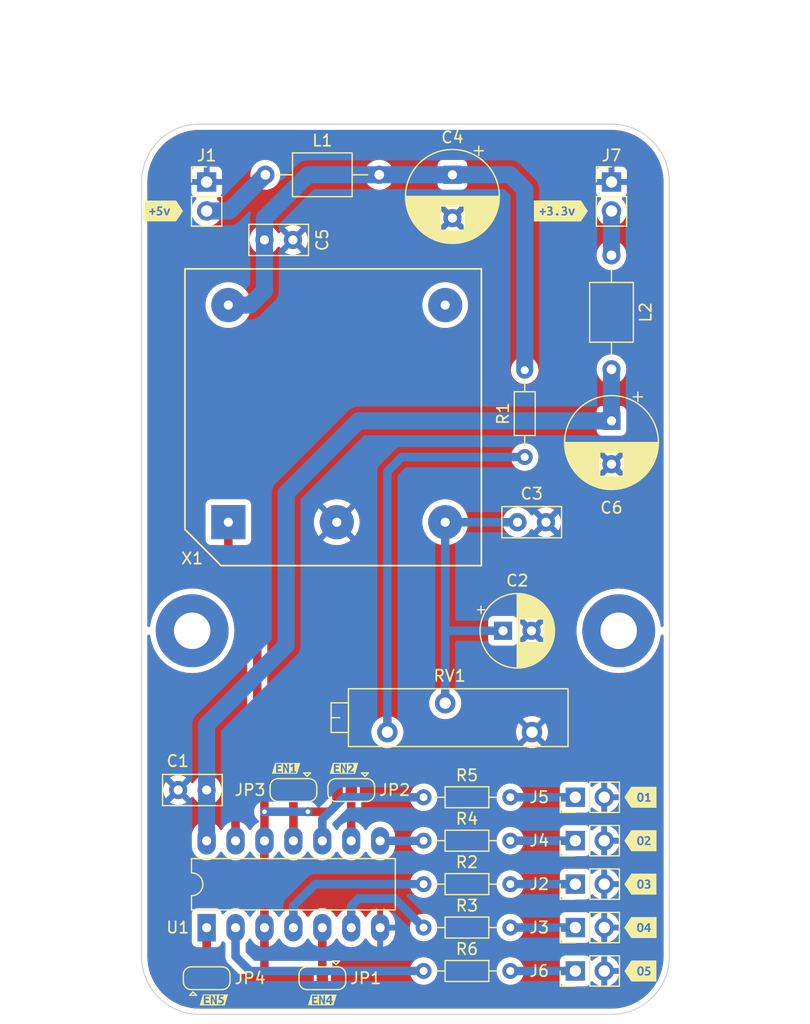
<source format=kicad_pcb>
(kicad_pcb (version 20211014) (generator pcbnew)

  (general
    (thickness 1.6)
  )

  (paper "A4")
  (layers
    (0 "F.Cu" signal)
    (31 "B.Cu" signal)
    (32 "B.Adhes" user "B.Adhesive")
    (33 "F.Adhes" user "F.Adhesive")
    (34 "B.Paste" user)
    (35 "F.Paste" user)
    (36 "B.SilkS" user "B.Silkscreen")
    (37 "F.SilkS" user "F.Silkscreen")
    (38 "B.Mask" user)
    (39 "F.Mask" user)
    (40 "Dwgs.User" user "User.Drawings")
    (41 "Cmts.User" user "User.Comments")
    (42 "Eco1.User" user "User.Eco1")
    (43 "Eco2.User" user "User.Eco2")
    (44 "Edge.Cuts" user)
    (45 "Margin" user)
    (46 "B.CrtYd" user "B.Courtyard")
    (47 "F.CrtYd" user "F.Courtyard")
    (48 "B.Fab" user)
    (49 "F.Fab" user)
    (50 "User.1" user)
    (51 "User.2" user)
    (52 "User.3" user)
    (53 "User.4" user)
    (54 "User.5" user)
    (55 "User.6" user)
    (56 "User.7" user)
    (57 "User.8" user)
    (58 "User.9" user)
  )

  (setup
    (stackup
      (layer "F.SilkS" (type "Top Silk Screen"))
      (layer "F.Paste" (type "Top Solder Paste"))
      (layer "F.Mask" (type "Top Solder Mask") (thickness 0.01))
      (layer "F.Cu" (type "copper") (thickness 0.035))
      (layer "dielectric 1" (type "core") (thickness 1.51) (material "FR4") (epsilon_r 4.5) (loss_tangent 0.02))
      (layer "B.Cu" (type "copper") (thickness 0.035))
      (layer "B.Mask" (type "Bottom Solder Mask") (thickness 0.01))
      (layer "B.Paste" (type "Bottom Solder Paste"))
      (layer "B.SilkS" (type "Bottom Silk Screen"))
      (copper_finish "None")
      (dielectric_constraints no)
    )
    (pad_to_mask_clearance 0)
    (pcbplotparams
      (layerselection 0x00010fc_ffffffff)
      (disableapertmacros false)
      (usegerberextensions false)
      (usegerberattributes true)
      (usegerberadvancedattributes true)
      (creategerberjobfile true)
      (svguseinch false)
      (svgprecision 6)
      (excludeedgelayer true)
      (plotframeref false)
      (viasonmask false)
      (mode 1)
      (useauxorigin false)
      (hpglpennumber 1)
      (hpglpenspeed 20)
      (hpglpendiameter 15.000000)
      (dxfpolygonmode true)
      (dxfimperialunits true)
      (dxfusepcbnewfont true)
      (psnegative false)
      (psa4output false)
      (plotreference true)
      (plotvalue true)
      (plotinvisibletext false)
      (sketchpadsonfab false)
      (subtractmaskfromsilk false)
      (outputformat 1)
      (mirror false)
      (drillshape 1)
      (scaleselection 1)
      (outputdirectory "")
    )
  )

  (net 0 "")
  (net 1 "+5V")
  (net 2 "GND")
  (net 3 "Net-(C2-Pad1)")
  (net 4 "Net-(J1-Pad2)")
  (net 5 "Net-(J2-Pad1)")
  (net 6 "Net-(J3-Pad1)")
  (net 7 "Net-(J4-Pad1)")
  (net 8 "Net-(J5-Pad1)")
  (net 9 "Net-(JP1-Pad2)")
  (net 10 "Net-(JP1-Pad3)")
  (net 11 "Net-(JP2-Pad2)")
  (net 12 "Net-(JP3-Pad2)")
  (net 13 "Net-(R1-Pad2)")
  (net 14 "Net-(R2-Pad1)")
  (net 15 "Net-(R3-Pad1)")
  (net 16 "Net-(R4-Pad1)")
  (net 17 "Net-(R5-Pad1)")
  (net 18 "+3V3")
  (net 19 "unconnected-(X1-Pad4)")
  (net 20 "Net-(J6-Pad1)")
  (net 21 "Net-(JP4-Pad2)")
  (net 22 "Net-(R6-Pad1)")
  (net 23 "Net-(J7-Pad2)")
  (net 24 "Net-(U1-Pad13)")

  (footprint "kibuzzard-62964395" (layer "F.Cu") (at 185.42 125.095))

  (footprint "Capacitor_THT:C_Disc_D5.0mm_W2.5mm_P2.50mm" (layer "F.Cu") (at 180.34 58.42))

  (footprint "Inductor_THT:L_Axial_L5.0mm_D3.6mm_P10.00mm_Horizontal_Murata_BL01RN1A2A2" (layer "F.Cu") (at 180.42 52.705))

  (footprint "Resistor_THT:R_Axial_DIN0204_L3.6mm_D1.6mm_P7.62mm_Horizontal" (layer "F.Cu") (at 194.315 107.315))

  (footprint "Resistor_THT:R_Axial_DIN0204_L3.6mm_D1.6mm_P7.62mm_Horizontal" (layer "F.Cu") (at 194.315 122.555))

  (footprint "Potentiometer_THT:Potentiometer_Bourns_3006P_Horizontal" (layer "F.Cu") (at 203.835 101.6))

  (footprint "Connector_PinHeader_2.54mm:PinHeader_1x02_P2.54mm_Vertical" (layer "F.Cu") (at 207.645 107.315 90))

  (footprint "Jumper:SolderJumper-3_P1.3mm_Open_RoundedPad1.0x1.5mm" (layer "F.Cu") (at 182.885 106.68 180))

  (footprint "kibuzzard-6296411A" (layer "F.Cu") (at 213.36 107.315))

  (footprint "kibuzzard-62964145" (layer "F.Cu") (at 213.36 122.555))

  (footprint "kibuzzard-62964377" (layer "F.Cu") (at 182.245 104.775))

  (footprint "Connector_PinHeader_2.54mm:PinHeader_1x02_P2.54mm_Vertical" (layer "F.Cu") (at 175.26 53.34))

  (footprint "Jumper:SolderJumper-3_P1.3mm_Open_RoundedPad1.0x1.5mm" (layer "F.Cu") (at 187.965 106.68 180))

  (footprint "Jumper:SolderJumper-3_P1.3mm_Open_RoundedPad1.0x1.5mm" (layer "F.Cu") (at 175.265 123.19))

  (footprint "Resistor_THT:R_Axial_DIN0204_L3.6mm_D1.6mm_P7.62mm_Horizontal" (layer "F.Cu") (at 194.315 118.745))

  (footprint "kibuzzard-6296413B" (layer "F.Cu") (at 213.36 118.745))

  (footprint "Capacitor_THT:C_Disc_D5.0mm_W2.5mm_P2.50mm" (layer "F.Cu") (at 202.565 83.185))

  (footprint "Connector_PinHeader_2.54mm:PinHeader_1x02_P2.54mm_Vertical" (layer "F.Cu") (at 207.645 114.935 90))

  (footprint "Connector_PinHeader_2.54mm:PinHeader_1x02_P2.54mm_Vertical" (layer "F.Cu") (at 207.64 111.125 90))

  (footprint "Capacitor_THT:CP_Radial_D6.3mm_P2.50mm" (layer "F.Cu") (at 201.295 92.71))

  (footprint "kibuzzard-62963F29" (layer "F.Cu") (at 206.375 55.88))

  (footprint "kibuzzard-629643A1" (layer "F.Cu") (at 187.325 104.775))

  (footprint "kibuzzard-62963F04" (layer "F.Cu") (at 171.45 55.88))

  (footprint "Connector_PinHeader_2.54mm:PinHeader_1x02_P2.54mm_Vertical" (layer "F.Cu") (at 210.82 53.34))

  (footprint "Capacitor_THT:C_Disc_D5.0mm_W2.5mm_P2.50mm" (layer "F.Cu") (at 175.26 106.68 180))

  (footprint "kibuzzard-62964125" (layer "F.Cu") (at 213.36 111.125))

  (footprint "kibuzzard-6296412D" (layer "F.Cu") (at 213.36 114.935))

  (footprint "MountingHole:MountingHole_3.2mm_M3_Pad" (layer "F.Cu") (at 211.455 92.71))

  (footprint "kibuzzard-62964336" (layer "F.Cu") (at 175.895 125.095))

  (footprint "Resistor_THT:R_Axial_DIN0204_L3.6mm_D1.6mm_P7.62mm_Horizontal" (layer "F.Cu") (at 194.315 111.125))

  (footprint "Capacitor_THT:CP_Radial_D8.0mm_P3.80mm" (layer "F.Cu") (at 196.85 52.705 -90))

  (footprint "Capacitor_THT:CP_Radial_D8.0mm_P3.80mm" (layer "F.Cu") (at 210.82 74.295 -90))

  (footprint "Resistor_THT:R_Axial_DIN0204_L3.6mm_D1.6mm_P7.62mm_Horizontal" (layer "F.Cu") (at 194.315 114.935))

  (footprint "Jumper:SolderJumper-3_P1.3mm_Open_RoundedPad1.0x1.5mm" (layer "F.Cu") (at 185.425 123.19 180))

  (footprint "Resistor_THT:R_Axial_DIN0204_L3.6mm_D1.6mm_P7.62mm_Horizontal" (layer "F.Cu") (at 203.2 69.85 -90))

  (footprint "Connector_PinHeader_2.54mm:PinHeader_1x02_P2.54mm_Vertical" (layer "F.Cu") (at 207.645 118.745 90))

  (footprint "Package_DIP:DIP-14_W7.62mm_LongPads" (layer "F.Cu") (at 175.26 118.76 90))

  (footprint "Inductor_THT:L_Axial_L5.0mm_D3.6mm_P10.00mm_Horizontal_Murata_BL01RN1A2A2" (layer "F.Cu") (at 210.82 59.77 -90))

  (footprint "Connector_PinHeader_2.54mm:PinHeader_1x02_P2.54mm_Vertical" (layer "F.Cu")
    (tedit 59FED5CC) (tstamp f2edfda4-4a34-4580-8d8d-8d9622e1831e)
    (at 207.645 122.555 90)
    (descr "Through hole straight pin header, 1x02, 2.54mm pitch, single row")
    (tags "Through hole pin header THT 1x02 2.54mm single row")
    (property "Sheetfile" "fy6900-ocxo.kicad_sch")
    (property "Sheetname" "")
    (path "/181616d3-70bb-4cf7-b87b-8df4d8a745f7")
    (attr through_hole)
    (fp_text reference "J6" (at 0 -3.175 180) (layer "F.SilkS")
      (effects (font (size 1 1) (thickness 0.15)))
      (tstamp c492fd74-c1fa-47d2-bdd5-7b035ccafd50)
    )
    (fp_text value "Conn_01x02" (at 0 4.87 90) (layer "F.Fab")
      (effects (font (size 1 1) (thickness 0.15)))
      (tstamp 9f97eeb8-b0a9-4303-b122-b214623da84f)
    )
    (fp_text user "${REFERENCE}" (at 0 1.27) (layer "F.Fab")
      (effects (font (size 1 1) (thickness 0.15)))
      (tstamp 8e678fa3-9987-4e3f-9e1c-aa97f7ec5720)
    )
    (fp_line (start -1.33 1.27) (end 1.33 1.27) (layer "F.SilkS") (width 0.12) (tstamp 08de2f85-3b27-4cf7-a586-16c1c428794e))
    (fp_line (start -1.33 3.87) (end 1.33 3.87) (layer "F.SilkS") (width 0.12) (tstamp 09195fb4-2270-434e-88bb-331448fa641f))
    (fp_line (start -1.33 0) (end -1.33 -1.33) (layer "F.SilkS") (width 0.12) (tstamp 2c3a880c-610e-48a7-a602-a6c3b34cac36))
    (fp_line (start -1.33 1.27) (end -1.33 3.87) (layer "F.SilkS") (width 0.12) (tstamp 56336e51-4bcf-412a-a174-30f713d5f6aa))
    (fp_line (start -1.33 -1.33) (end 0 -1.33) (layer "F.SilkS") (width 0.12) (tstamp 8719febe-e23e-4c5e-857e-0631646f8476))
    (fp_line (start 1.33 1.27) (end 1.33 3.87) (layer "F.SilkS") (width 0.12) (tstamp d145759a-ef2a-4fb3-b34a-d7bb24b6bd61))
    (fp_line (start -1.8 4.35) (end 1.8 4.35) (layer "F.CrtYd") (width 0.05) (tstamp 13fb39c3-aa47-4a0f-9a86-f5a4522fd197))
    (fp_line (start 1.8 -1.8) (end -1.8 -1.8) (layer "F.CrtYd") (width 0.05) (tstamp 1530b453-3305-41b6-9841-0162c4158657))
    (fp_line (start -1.8 -1.8) (end -1.8 4.35) (layer "F.CrtYd") (width 0.05) (tstamp 72b47e80-a9bb-43df-882e-26b9ba49e56f))
    (fp_line (start 1.8 4.35) (end 1.8 -1.8) (layer "F.CrtYd") (width 0.05) (tstamp 7fc2e3d1-0d28-4e94-825e-2ee4386369f1))
    (fp_line (start -1.27 -0.635) (end -0.635 -1.27) (layer "F.Fab") (width 0.1) (tstamp 0173a65b-8653-4d62-a910-03e822e5ac26))
    (fp_line (start 1.27 -1.27) (end 1.27 3.81) (layer "F.Fab") (width 0.1) (tstamp 086dd738-4371-42ce-be9d-5073e6746e49))
    (fp_line (start -0.635 -1.2
... [425217 chars truncated]
</source>
